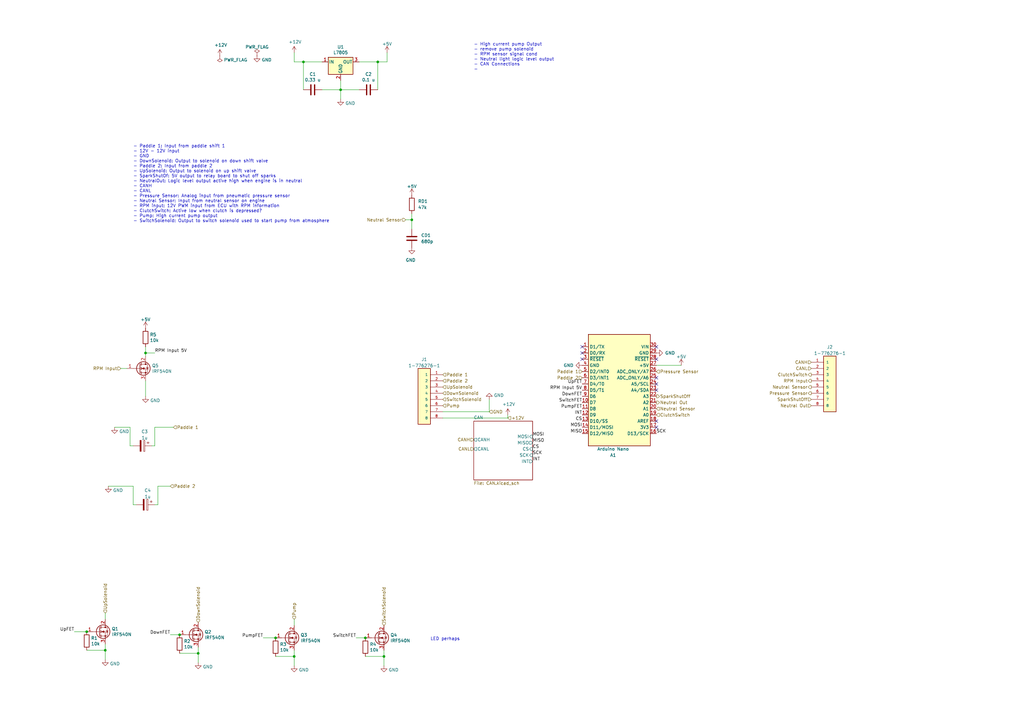
<source format=kicad_sch>
(kicad_sch (version 20230121) (generator eeschema)
  (paper "A3")
  (lib_symbols
    (symbol "Ampseal:1-776276-1" (pin_names (offset 1.016))
      (property "Reference" "J" (at -2.54 10.6934 0))
      (property "Value" "1-776276-1" (at -2.54 -15.0114 0))
      (symbol "1-776276-1_0_0"
        (rectangle (start -2.54 -12.7) (end 2.54 10.16) (stroke (width 0.254)) (fill (type background)))
        (pin passive line (at 7.62 7.62 180) (length 5.08) (name "1") (number "1"))
        (pin passive line (at 7.62 5.08 180) (length 5.08) (name "2") (number "2"))
        (pin passive line (at 7.62 2.54 180) (length 5.08) (name "3") (number "3"))
        (pin passive line (at 7.62 0 180) (length 5.08) (name "4") (number "4"))
        (pin passive line (at 7.62 -2.54 180) (length 5.08) (name "5") (number "5"))
        (pin passive line (at 7.62 -5.08 180) (length 5.08) (name "6") (number "6"))
        (pin passive line (at 7.62 -7.62 180) (length 5.08) (name "7") (number "7"))
        (pin passive line (at 7.62 -10.16 180) (length 5.08) (name "8") (number "8"))
      )
    )
    (symbol "Device:C" (pin_numbers hide) (pin_names (offset 0.254))
      (property "Reference" "C" (at 0.635 2.54 0))
      (property "Value" "C" (at 0.635 -2.54 0))
      (symbol "C_0_1"
        (polyline (pts (xy -2.032 -0.762) (xy 2.032 -0.762)) (stroke (width 0.508)))
        (polyline (pts (xy -2.032 0.762) (xy 2.032 0.762)) (stroke (width 0.508)))
      )
      (symbol "C_1_1"
        (pin passive line (at 0 3.81 270) (length 2.794) (name "~") (number "1"))
        (pin passive line (at 0 -3.81 90) (length 2.794) (name "~") (number "2"))
      )
    )
    (symbol "Device:C_Polarized" (pin_numbers hide) (pin_names (offset 0.254))
      (property "Reference" "C" (at 0.635 2.54 0))
      (property "Value" "C_Polarized" (at 0.635 -2.54 0))
      (symbol "C_Polarized_0_1"
        (rectangle (start -2.286 0.508) (end 2.286 1.016))
        (polyline (pts (xy -1.778 2.286) (xy -0.762 2.286)))
        (polyline (pts (xy -1.27 2.794) (xy -1.27 1.778)))
        (rectangle (start 2.286 -0.508) (end -2.286 -1.016) (fill (type outline)))
      )
      (symbol "C_Polarized_1_1"
        (pin passive line (at 0 3.81 270) (length 2.794) (name "~") (number "1"))
        (pin passive line (at 0 -3.81 90) (length 2.794) (name "~") (number "2"))
      )
    )
    (symbol "Device:R" (pin_numbers hide) (pin_names (offset 0))
      (property "Reference" "R" (at 2.032 0 90))
      (property "Value" "R" (at 0 0 90))
      (symbol "R_0_1"
        (rectangle (start -1.016 -2.54) (end 1.016 2.54) (stroke (width 0.254)))
      )
      (symbol "R_1_1"
        (pin passive line (at 0 3.81 270) (length 1.27) (name "~") (number "1"))
        (pin passive line (at 0 -3.81 90) (length 1.27) (name "~") (number "2"))
      )
    )
    (symbol "MCU_Module:Arduino_Nano_v3.x"
      (property "Reference" "A1" (at 0 -26.67 0))
      (property "Value" "Arduino Nano" (at 0 -24.13 0))
      (symbol "Arduino_Nano_v3.x_0_1"
        (rectangle (start -10.16 22.86) (end 15.24 -22.86) (stroke (width 0.254)) (fill (type background)))
      )
      (symbol "Arduino_Nano_v3.x_1_1"
        (pin bidirectional line (at -12.7 17.78 0) (length 2.54) (name "D1/TX") (number "1"))
        (pin bidirectional line (at -12.7 -5.08 0) (length 2.54) (name "D7") (number "10"))
        (pin bidirectional line (at -12.7 -7.62 0) (length 2.54) (name "D8") (number "11"))
        (pin bidirectional line (at -12.7 -10.16 0) (length 2.54) (name "D9") (number "12"))
        (pin bidirectional line (at -12.7 -12.7 0) (length 2.54) (name "D10/SS") (number "13"))
        (pin bidirectional line (at -12.7 -15.24 0) (length 2.54) (name "D11/MOSI") (number "14"))
        (pin bidirectional line (at -12.7 -17.78 0) (length 2.54) (name "D12/MISO") (number "15"))
        (pin bidirectional line (at 17.78 -17.78 180) (length 2.54) (name "D13/SCK") (number "16"))
        (pin power_out line (at 17.78 -15.24 180) (length 2.54) (name "3V3") (number "17"))
        (pin input line (at 17.78 -12.7 180) (length 2.54) (name "AREF") (number "18"))
        (pin bidirectional line (at 17.78 -10.16 180) (length 2.54) (name "A0") (number "19"))
        (pin bidirectional line (at -12.7 15.24 0) (length 2.54) (name "D0/RX") (number "2"))
        (pin bidirectional line (at 17.78 -7.62 180) (length 2.54) (name "A1") (number "20"))
        (pin bidirectional line (at 17.78 -5.08 180) (length 2.54) (name "A2") (number "21"))
        (pin bidirectional line (at 17.78 -2.54 180) (length 2.54) (name "A3") (number "22"))
        (pin bidirectional line (at 17.78 0 180) (length 2.54) (name "A4/SDA") (number "23"))
        (pin bidirectional line (at 17.78 2.54 180) (length 2.54) (name "A5/SCL") (number "24"))
        (pin bidirectional line (at 17.78 5.08 180) (length 2.54) (name "ADC_ONLY/A6") (number "25"))
        (pin bidirectional line (at 17.78 7.62 180) (length 2.54) (name "ADC_ONLY/A7") (number "26"))
        (pin power_in line (at 17.78 10.16 180) (length 2.54) (name "+5V") (number "27"))
        (pin input line (at 17.78 12.7 180) (length 2.54) (name "~{RESET}") (number "28"))
        (pin power_in line (at 17.78 15.24 180) (length 2.54) (name "GND") (number "29"))
        (pin input line (at -12.7 12.7 0) (length 2.54) (name "~{RESET}") (number "3"))
        (pin power_in line (at 17.78 17.78 180) (length 2.54) (name "VIN") (number "30"))
        (pin power_in line (at -12.7 10.16 0) (length 2.54) (name "GND") (number "4"))
        (pin bidirectional line (at -12.7 7.62 0) (length 2.54) (name "D2/INT0") (number "5"))
        (pin bidirectional line (at -12.7 5.08 0) (length 2.54) (name "D3/INT1") (number "6"))
        (pin bidirectional line (at -12.7 2.54 0) (length 2.54) (name "D4/T0") (number "7"))
        (pin bidirectional line (at -12.7 0 0) (length 2.54) (name "D5/T1") (number "8"))
        (pin bidirectional line (at -12.7 -2.54 0) (length 2.54) (name "D6") (number "9"))
      )
    )
    (symbol "Regulator_Linear:L7805" (pin_names (offset 0.254))
      (property "Reference" "U" (at -3.81 3.175 0))
      (property "Value" "L7805" (at 0 3.175 0))
      (symbol "L7805_0_1"
        (rectangle (start -5.08 1.905) (end 5.08 -5.08) (stroke (width 0.254)) (fill (type background)))
      )
      (symbol "L7805_1_1"
        (pin power_in line (at -7.62 0 0) (length 2.54) (name "IN") (number "1"))
        (pin power_in line (at 0 -7.62 90) (length 2.54) (name "GND") (number "2"))
        (pin power_out line (at 7.62 0 180) (length 2.54) (name "OUT") (number "3"))
      )
    )
    (symbol "Transistor_FET:IRF540N" (pin_names hide)
      (property "Reference" "Q" (at 6.35 1.905 0))
      (property "Value" "IRF540N" (at 6.35 0 0))
      (symbol "IRF540N_0_1"
        (polyline (pts (xy 0.254 0) (xy -2.54 0)))
        (polyline (pts (xy 0.254 1.905) (xy 0.254 -1.905)) (stroke (width 0.254)))
        (polyline (pts (xy 0.762 -1.27) (xy 0.762 -2.286)) (stroke (width 0.254)))
        (polyline (pts (xy 0.762 0.508) (xy 0.762 -0.508)) (stroke (width 0.254)))
        (polyline (pts (xy 0.762 2.286) (xy 0.762 1.27)) (stroke (width 0.254)))
        (polyline (pts (xy 2.54 2.54) (xy 2.54 1.778)))
        (polyline (pts (xy 2.54 -2.54) (xy 2.54 0) (xy 0.762 0)))
        (polyline (pts (xy 0.762 -1.778) (xy 3.302 -1.778) (xy 3.302 1.778) (xy 0.762 1.778)))
        (polyline (pts (xy 1.016 0) (xy 2.032 0.381) (xy 2.032 -0.381) (xy 1.016 0)) (fill (type outline)))
        (polyline (pts (xy 2.794 0.508) (xy 2.921 0.381) (xy 3.683 0.381) (xy 3.81 0.254)))
        (polyline (pts (xy 3.302 0.381) (xy 2.921 -0.254) (xy 3.683 -0.254) (xy 3.302 0.381)))
        (circle (center 1.651 0) (radius 2.794) (stroke (width 0.254)))
        (circle (center 2.54 -1.778) (radius 0.254) (fill (type outline)))
        (circle (center 2.54 1.778) (radius 0.254) (fill (type outline)))
      )
      (symbol "IRF540N_1_1"
        (pin input line (at -5.08 0 0) (length 2.54) (name "G") (number "1"))
        (pin passive line (at 2.54 5.08 270) (length 2.54) (name "D") (number "2"))
        (pin passive line (at 2.54 -5.08 90) (length 2.54) (name "S") (number "3"))
      )
    )
    (symbol "power:+12V" (power) (pin_names (offset 0))
      (property "Value" "+12V" (at 0 3.556 0))
      (symbol "+12V_0_1"
        (polyline (pts (xy -0.762 1.27) (xy 0 2.54)))
        (polyline (pts (xy 0 0) (xy 0 2.54)))
        (polyline (pts (xy 0 2.54) (xy 0.762 1.27)))
      )
      (symbol "+12V_1_1"
        (pin power_in line (at 0 0 90) (length 0) hide (name "+12V") (number "1"))
      )
    )
    (symbol "power:+5V" (power) (pin_names (offset 0))
      (property "Value" "+5V" (at 0 3.556 0))
      (symbol "+5V_0_1"
        (polyline (pts (xy -0.762 1.27) (xy 0 2.54)))
        (polyline (pts (xy 0 0) (xy 0 2.54)))
        (polyline (pts (xy 0 2.54) (xy 0.762 1.27)))
      )
      (symbol "+5V_1_1"
        (pin power_in line (at 0 0 90) (length 0) hide (name "+5V") (number "1"))
      )
    )
    (symbol "power:GND" (power) (pin_names (offset 0))
      (property "Value" "GND" (at 0 -3.81 0))
      (symbol "GND_0_1"
        (polyline (pts (xy 0 0) (xy 0 -1.27) (xy 1.27 -1.27) (xy 0 -2.54) (xy -1.27 -1.27) (xy 0 -1.27)))
      )
      (symbol "GND_1_1"
        (pin power_in line (at 0 0 270) (length 0) hide (name "GND") (number "1"))
      )
    )
    (symbol "power:PWR_FLAG" (power) (pin_numbers hide) (pin_names (offset 0) hide)
      (property "Value" "PWR_FLAG" (at 0 3.81 0))
      (symbol "PWR_FLAG_0_0"
        (pin power_out line (at 0 0 90) (length 0) (name "pwr") (number "1"))
      )
      (symbol "PWR_FLAG_0_1"
        (polyline (pts (xy 0 0) (xy 0 1.27) (xy -1.016 1.905) (xy 0 2.54) (xy 1.016 1.905) (xy 0 1.27)))
      )
    )
  )
  (junction (at 43.18 266.7))
  (junction (at 124.46 25.4))
  (junction (at 35.56 259.08))
  (junction (at 154.94 25.4))
  (junction (at 120.65 269.24))
  (junction (at 113.03 261.62))
  (junction (at 149.86 261.62))
  (junction (at 157.48 269.24))
  (junction (at 139.7 36.83))
  (junction (at 81.28 267.97))
  (junction (at 73.66 260.35))
  (junction (at 168.91 90.17))
  (junction (at 59.69 144.78))
  (no_connect (at 269.24 175.26))
  (no_connect (at 238.76 147.32))
  (no_connect (at 238.76 142.24))
  (no_connect (at 269.24 154.94))
  (no_connect (at 269.24 160.02))
  (no_connect (at 269.24 142.24))
  (no_connect (at 238.76 144.78))
  (no_connect (at 269.24 157.48))
  (no_connect (at 269.24 172.72))
  (no_connect (at 269.24 147.32))
  (wire (pts (xy 120.65 25.4) (xy 120.65 21.59)))
  (wire (pts (xy 154.94 25.4) (xy 158.75 25.4)))
  (wire (pts (xy 200.66 168.91) (xy 200.66 163.83)))
  (wire (pts (xy 43.18 254) (xy 43.18 251.46)))
  (wire (pts (xy 157.48 269.24) (xy 157.48 266.7)))
  (wire (pts (xy 64.77 199.39) (xy 69.85 199.39)))
  (wire (pts (xy 120.65 266.7) (xy 120.65 269.24)))
  (wire (pts (xy 59.69 156.21) (xy 59.69 162.56)))
  (wire (pts (xy 168.91 87.63) (xy 168.91 90.17)))
  (wire (pts (xy 124.46 36.83) (xy 124.46 25.4)))
  (wire (pts (xy 35.56 259.08) (xy 30.48 259.08)))
  (wire (pts (xy 46.99 175.26) (xy 53.34 175.26)))
  (wire (pts (xy 43.18 264.16) (xy 43.18 266.7)))
  (wire (pts (xy 59.69 142.24) (xy 59.69 144.78)))
  (wire (pts (xy 59.69 144.78) (xy 63.5 144.78)))
  (wire (pts (xy 124.46 25.4) (xy 132.08 25.4)))
  (wire (pts (xy 53.34 182.88) (xy 53.34 175.26)))
  (wire (pts (xy 208.28 171.45) (xy 181.61 171.45)))
  (wire (pts (xy 120.65 256.54) (xy 120.65 254)))
  (wire (pts (xy 181.61 168.91) (xy 200.66 168.91)))
  (wire (pts (xy 139.7 33.02) (xy 139.7 36.83)))
  (wire (pts (xy 158.75 25.4) (xy 158.75 21.59)))
  (wire (pts (xy 139.7 36.83) (xy 139.7 40.64)))
  (wire (pts (xy 157.48 273.05) (xy 157.48 269.24)))
  (wire (pts (xy 113.03 269.24) (xy 120.65 269.24)))
  (wire (pts (xy 149.86 269.24) (xy 157.48 269.24)))
  (wire (pts (xy 73.66 267.97) (xy 81.28 267.97)))
  (wire (pts (xy 147.32 36.83) (xy 139.7 36.83)))
  (wire (pts (xy 35.56 266.7) (xy 43.18 266.7)))
  (wire (pts (xy 120.65 273.05) (xy 120.65 269.24)))
  (wire (pts (xy 59.69 144.78) (xy 59.69 146.05)))
  (wire (pts (xy 154.94 25.4) (xy 154.94 36.83)))
  (wire (pts (xy 166.37 90.17) (xy 168.91 90.17)))
  (wire (pts (xy 44.45 199.39) (xy 54.61 199.39)))
  (wire (pts (xy 64.77 199.39) (xy 64.77 207.01)))
  (wire (pts (xy 49.53 151.13) (xy 52.07 151.13)))
  (wire (pts (xy 81.28 271.78) (xy 81.28 267.97)))
  (wire (pts (xy 208.28 171.45) (xy 208.28 170.18)))
  (wire (pts (xy 43.18 266.7) (xy 43.18 270.51)))
  (wire (pts (xy 147.32 25.4) (xy 154.94 25.4)))
  (wire (pts (xy 64.77 207.01) (xy 63.5 207.01)))
  (wire (pts (xy 124.46 25.4) (xy 120.65 25.4)))
  (wire (pts (xy 63.5 182.88) (xy 62.23 182.88)))
  (wire (pts (xy 168.91 90.17) (xy 168.91 93.98)))
  (wire (pts (xy 73.66 260.35) (xy 69.85 260.35)))
  (wire (pts (xy 63.5 175.26) (xy 63.5 182.88)))
  (wire (pts (xy 81.28 267.97) (xy 81.28 265.43)))
  (wire (pts (xy 54.61 207.01) (xy 54.61 199.39)))
  (wire (pts (xy 269.24 149.86) (xy 279.4 149.86)))
  (wire (pts (xy 113.03 261.62) (xy 107.95 261.62)))
  (wire (pts (xy 55.88 207.01) (xy 54.61 207.01)))
  (wire (pts (xy 139.7 36.83) (xy 132.08 36.83)))
  (wire (pts (xy 54.61 182.88) (xy 53.34 182.88)))
  (wire (pts (xy 149.86 261.62) (xy 146.05 261.62)))
  (wire (pts (xy 63.5 175.26) (xy 71.12 175.26)))
  (text "LED perhaps\n" (at 176.53 262.89 0) (effects (font (size 1.27 1.27)) (justify left bottom)))
  (text "- High current pump Output\n- remove pump solenoid\n- RPM sensor signal cond\n- Neutral light logic level output\n- CAN Connections\n-\n" (at 194.31 29.21 0) (effects (font (size 1.27 1.27)) (justify left bottom)))
  (text "- Paddle 1: Input from paddle shift 1\n- 12V - 12V input\n- GND\n- DownSolenoid: Output to solenoid on down shift valve\n- Paddle 2: Input from paddle 2\n- UpSolenoid: Output to solenoid on up shift valve\n- SparkShutOf: 5V output to relay board to shut off sparks\n- NeutralOut: Logic level output active high when engine is in neutral\n- CANH\n- CANL\n- Pressure Sensor: Analog input from pneumatic pressure sensor\n- Neutral Sensor: Input from neutral sensor on engine\n- RPM input: 12V PWM input from ECU with RPM information\n- ClutchSwitch: Active low when clutch is depressed?\n- Pump: High current pump output\n- SwitchSolenoid: Output to switch solenoid used to start pump from atmosphere" (at 54.61 91.44 0) (effects (font (size 1.27 1.27)) (justify left bottom)))
  (label "MOSI" (at 218.44 179.07 0))
  (label "SCK" (at 218.44 186.69 0))
  (label "SCK" (at 269.24 177.8 0))
  (label "DownFET" (at 69.85 260.35 180))
  (label "SwitchFET" (at 238.76 165.1 180))
  (label "INT" (at 218.44 189.23 0))
  (label "INT" (at 238.76 170.18 180))
  (label "PumpFET" (at 107.95 261.62 180))
  (label "MISO" (at 238.76 177.8 180))
  (label "CS" (at 218.44 184.15 0))
  (label "DownFET" (at 238.76 162.56 180))
  (label "RPM Input 5V" (at 63.5 144.78 0))
  (label "MOSI" (at 238.76 175.26 180))
  (label "UpFET" (at 238.76 157.48 180))
  (label "RPM Input 5V" (at 238.76 160.02 180))
  (label "SwitchFET" (at 146.05 261.62 180))
  (label "PumpFET" (at 238.76 167.64 180))
  (label "CS" (at 238.76 172.72 180))
  (label "MISO" (at 218.44 181.61 0))
  (label "UpFET" (at 30.48 259.08 180))
  (hierarchical_label "UpSolenoid" (shape input) (at 43.18 251.46 90))
  (hierarchical_label "CANH" (shape input) (at 194.31 180.34 180))
  (hierarchical_label "Neutral Out" (shape output) (at 269.24 165.1 0))
  (hierarchical_label "Pump" (shape input) (at 120.65 254 90))
  (hierarchical_label "GND" (shape input) (at 200.66 168.91 0))
  (hierarchical_label "Paddle 2" (shape input) (at 238.76 154.94 180))
  (hierarchical_label "Neutral Sensor" (shape input) (at 166.37 90.17 180))
  (hierarchical_label "Paddle 2" (shape input) (at 69.85 199.39 0))
  (hierarchical_label "DownSolenoid" (shape input) (at 181.61 161.29 0))
  (hierarchical_label "ClutchSwitch" (shape input) (at 269.24 170.18 0))
  (hierarchical_label "Neutral Sensor" (shape input) (at 269.24 167.64 0))
  (hierarchical_label "SparkShutOff" (shape input) (at 332.74 163.83 180))
  (hierarchical_label "Paddle 1" (shape input) (at 238.76 152.4 180))
  (hierarchical_label "ClutchSwitch" (shape output) (at 332.74 153.67 180))
  (hierarchical_label "Neutral Out" (shape input) (at 332.74 166.37 180))
  (hierarchical_label "+12V" (shape input) (at 208.28 171.45 0))
  (hierarchical_label "CANH" (shape input) (at 332.74 148.59 180))
  (hierarchical_label "DownSolenoid" (shape input) (at 81.28 255.27 90))
  (hierarchical_label "Pressure Sensor" (shape output) (at 332.74 161.29 180))
  (hierarchical_label "Neutral Sensor" (shape output) (at 332.74 158.75 180))
  (hierarchical_label "CANL" (shape input) (at 194.31 184.15 180))
  (hierarchical_label "Paddle 2" (shape input) (at 181.61 156.21 0))
  (hierarchical_label "Paddle 1" (shape input) (at 71.12 175.26 0))
  (hierarchical_label "CANL" (shape input) (at 332.74 151.13 180))
  (hierarchical_label "Pump" (shape input) (at 181.61 166.37 0))
  (hierarchical_label "UpSolenoid" (shape input) (at 181.61 158.75 0))
  (hierarchical_label "Pressure Sensor" (shape input) (at 269.24 152.4 0))
  (hierarchical_label "RPM Input" (shape input) (at 49.53 151.13 180))
  (hierarchical_label "Paddle 1" (shape input) (at 181.61 153.67 0))
  (hierarchical_label "SwitchSolenoid" (shape input) (at 157.48 256.54 90))
  (hierarchical_label "SwitchSolenoid" (shape input) (at 181.61 163.83 0))
  (hierarchical_label "RPM Input" (shape output) (at 332.74 156.21 180))
  (hierarchical_label "SparkShutOff" (shape output) (at 269.24 162.56 0))
  (symbol (lib_id "MCU_Module:Arduino_Nano_v3.x") (at 251.46 160.02 0) (unit 1)
    (property "Reference" "A1" (at 251.46 186.69 0))
    (property "Value" "Arduino Nano" (at 251.46 184.15 0))
    (property "Footprint" "Module:Arduino_Nano" (effects hide))
    (property "Datasheet" "http://www.mouser.com/pdfdocs/Gravitech_Arduino_Nano3_0.pdf" (effects hide))
  )
  (symbol (lib_id "Regulator_Linear:L7805") (at 139.7 25.4 0) (unit 1)
    (property "Reference" "U1" (at 139.7 19.2532 0))
    (property "Value" "L7805" (at 139.7 21.5646 0))
    (property "Footprint" "Package_TO_SOT_THT:TO-220-3_Horizontal_TabDown" (effects hide))
    (property "Datasheet" "http://www.st.com/content/ccc/resource/technical/document/datasheet/41/4f/b3/b0/12/d4/47/88/CD00000444.pdf/files/CD00000444.pdf/jcr:content/translations/en.CD00000444.pdf" (effects hide))
  )
  (symbol (lib_id "Device:C") (at 128.27 36.83 90) (unit 1)
    (property "Reference" "C1" (at 128.27 30.4292 90))
    (property "Value" "0.33 u" (at 128.27 32.7406 90))
    (property "Footprint" "Capacitor_THT:C_Radial_D4.0mm_H5.0mm_P1.50mm" (effects hide))
  )
  (symbol (lib_id "Device:C") (at 151.13 36.83 270) (unit 1)
    (property "Reference" "C2" (at 151.13 30.4292 90))
    (property "Value" "0.1 u" (at 151.13 32.7406 90))
    (property "Footprint" "Capacitor_THT:CP_Radial_Tantal_D4.5mm_P5.00mm" (effects hide))
  )
  (symbol (lib_id "Transistor_FET:IRF540N") (at 40.64 259.08 0) (unit 1)
    (property "Reference" "Q1" (at 45.8216 257.9116 0) (effects (justify left)))
    (property "Value" "IRF540N" (at 45.8216 260.223 0) (effects (justify left)))
    (property "Footprint" "Package_TO_SOT_THT:TO-220-3_Horizontal_TabDown" (effects hide))
    (property "Datasheet" "http://www.irf.com/product-info/datasheets/data/irf540n.pdf" (effects hide))
  )
  (symbol (lib_id "Transistor_FET:IRF540N") (at 78.74 260.35 0) (unit 1)
    (property "Reference" "Q2" (at 83.9216 259.1816 0) (effects (justify left)))
    (property "Value" "IRF540N" (at 83.9216 261.493 0) (effects (justify left)))
    (property "Footprint" "Package_TO_SOT_THT:TO-220-3_Horizontal_TabDown" (effects hide))
    (property "Datasheet" "http://www.irf.com/product-info/datasheets/data/irf540n.pdf" (effects hide))
  )
  (symbol (lib_id "Device:R") (at 35.56 262.89 0) (unit 1)
    (property "Reference" "R1" (at 37.338 261.7216 0) (effects (justify left)))
    (property "Value" "10k" (at 37.338 264.033 0) (effects (justify left)))
    (property "Footprint" "Resistor_THT:R_Axial_DIN0207_L6.3mm_D2.5mm_P7.62mm_Horizontal" (effects hide))
  )
  (symbol (lib_id "Device:R") (at 73.66 264.16 0) (unit 1)
    (property "Reference" "R2" (at 75.438 262.9916 0) (effects (justify left)))
    (property "Value" "10k" (at 75.438 265.303 0) (effects (justify left)))
    (property "Footprint" "Resistor_THT:R_Axial_DIN0207_L6.3mm_D2.5mm_P7.62mm_Horizontal" (effects hide))
  )
  (symbol (lib_id "power:+12V") (at 120.65 21.59 0) (unit 1)
    (property "Reference" "#PWR?" (effects hide))
    (property "Value" "+12V" (at 121.031 17.1958 0))
  )
  (symbol (lib_id "power:+12V") (at 208.28 170.18 0) (unit 1)
    (property "Reference" "#PWR?" (effects hide))
    (property "Value" "+12V" (at 208.661 165.7858 0))
  )
  (symbol (lib_id "Transistor_FET:IRF540N") (at 118.11 261.62 0) (unit 1)
    (property "Reference" "Q3" (at 123.2916 260.4516 0) (effects (justify left)))
    (property "Value" "IRF540N" (at 123.2916 262.763 0) (effects (justify left)))
    (property "Footprint" "Package_TO_SOT_THT:TO-220-3_Horizontal_TabDown" (effects hide))
    (property "Datasheet" "http://www.irf.com/product-info/datasheets/data/irf540n.pdf" (effects hide))
  )
  (symbol (lib_id "Transistor_FET:IRF540N") (at 154.94 261.62 0) (unit 1)
    (property "Reference" "Q4" (at 160.1216 260.4516 0) (effects (justify left)))
    (property "Value" "IRF540N" (at 160.1216 262.763 0) (effects (justify left)))
    (property "Footprint" "Package_TO_SOT_THT:TO-220-3_Horizontal_TabDown" (effects hide))
    (property "Datasheet" "http://www.irf.com/product-info/datasheets/data/irf540n.pdf" (effects hide))
  )
  (symbol (lib_id "Device:R") (at 113.03 265.43 0) (unit 1)
    (property "Reference" "R3" (at 114.808 264.2616 0) (effects (justify left)))
    (property "Value" "10k" (at 114.808 266.573 0) (effects (justify left)))
    (property "Footprint" "Resistor_THT:R_Axial_DIN0207_L6.3mm_D2.5mm_P7.62mm_Horizontal" (effects hide))
  )
  (symbol (lib_id "Device:R") (at 149.86 265.43 0) (unit 1)
    (property "Reference" "R4" (at 151.638 264.2616 0) (effects (justify left)))
    (property "Value" "10k" (at 151.638 266.573 0) (effects (justify left)))
    (property "Footprint" "Resistor_THT:R_Axial_DIN0207_L6.3mm_D2.5mm_P7.62mm_Horizontal" (effects hide))
  )
  (symbol (lib_id "power:+5V") (at 279.4 149.86 0) (unit 1)
    (property "Reference" "#PWR?" (effects hide))
    (property "Value" "+5V" (at 279.4 146.2842 0))
  )
  (symbol (lib_id "power:GND") (at 200.66 163.83 0) (mirror x) (unit 1)
    (property "Reference" "#PWR?" (effects hide))
    (property "Value" "GND" (at 202.565 162.1262 0) (effects (justify left)))
  )
  (symbol (lib_id "power:+5V") (at 158.75 21.59 0) (unit 1)
    (property "Reference" "#PWR?" (effects hide))
    (property "Value" "+5V" (at 158.75 18.0142 0))
  )
  (symbol (lib_id "power:GND") (at 168.91 101.6 0) (unit 1)
    (property "Reference" "#PWR?" (effects hide))
    (property "Value" "GND" (at 166.37 106.68 0) (effects (justify left)))
  )
  (symbol (lib_id "power:+5V") (at 59.69 134.62 0) (unit 1)
    (property "Reference" "#PWR?" (effects hide))
    (property "Value" "+5V" (at 59.69 131.0442 0))
  )
  (symbol (lib_id "power:GND") (at 44.45 199.39 0) (unit 1)
    (property "Reference" "#PWR?" (effects hide))
    (property "Value" "GND" (at 46.355 201.0938 0) (effects (justify left)))
  )
  (symbol (lib_id "Device:C") (at 168.91 97.79 0) (unit 1)
    (property "Reference" "CD1" (at 172.72 96.5199 0) (effects (justify left)))
    (property "Value" "680p" (at 172.72 99.0599 0) (effects (justify left)))
    (property "Footprint" "Capacitor_THT:C_Disc_D5.1mm_W3.2mm_P5.00mm" (effects hide))
  )
  (symbol (lib_id "power:PWR_FLAG") (at 90.17 22.86 180) (unit 1)
    (property "Reference" "#FLG0102" (effects hide))
    (property "Value" "PWR_FLAG" (at 91.821 24.5638 0) (effects (justify right)))
  )
  (symbol (lib_id "power:GND") (at 120.65 273.05 0) (unit 1)
    (property "Reference" "#PWR?" (effects hide))
    (property "Value" "GND" (at 122.555 274.7538 0) (effects (justify left)))
  )
  (symbol (lib_id "Ampseal:1-776276-1") (at 340.36 156.21 0) (mirror y) (unit 1)
    (property "Reference" "J2" (at 340.36 142.3502 0))
    (property "Value" "1-776276-1" (at 340.36 144.8871 0))
    (property "Footprint" "TE_1-776276-1" (effects hide))
    (property "Comment" "1-776276-1" (effects hide))
    (property "EU_RoHS_Compliance" "Compliant" (effects hide))
  )
  (symbol (lib_id "Device:C_Polarized") (at 59.69 207.01 270) (unit 1)
    (property "Reference" "C4" (at 60.579 201.1512 90))
    (property "Value" "1u" (at 60.579 203.6881 90))
    (property "Footprint" "Capacitor_THT:C_Radial_D4.0mm_H5.0mm_P1.50mm" (effects hide))
  )
  (symbol (lib_id "Device:C_Polarized") (at 58.42 182.88 270) (unit 1)
    (property "Reference" "C3" (at 59.309 177.0212 90))
    (property "Value" "1u" (at 59.309 179.5581 90))
    (property "Footprint" "Capacitor_THT:C_Radial_D4.0mm_H5.0mm_P1.50mm" (effects hide))
  )
  (symbol (lib_id "power:GND") (at 46.99 175.26 0) (unit 1)
    (property "Reference" "#PWR?" (effects hide))
    (property "Value" "GND" (at 48.895 176.9638 0) (effects (justify left)))
  )
  (symbol (lib_id "power:GND") (at 81.28 271.78 0) (unit 1)
    (property "Reference" "#PWR?" (effects hide))
    (property "Value" "GND" (at 83.185 273.4838 0) (effects (justify left)))
  )
  (symbol (lib_id "power:GND") (at 157.48 273.05 0) (unit 1)
    (property "Reference" "#PWR?" (effects hide))
    (property "Value" "GND" (at 159.385 274.7538 0) (effects (justify left)))
  )
  (symbol (lib_id "power:GND") (at 139.7 40.64 0) (unit 1)
    (property "Reference" "#PWR?" (effects hide))
    (property "Value" "GND" (at 141.605 42.3438 0) (effects (justify left)))
  )
  (symbol (lib_id "power:GND") (at 43.18 270.51 0) (unit 1)
    (property "Reference" "#PWR?" (effects hide))
    (property "Value" "GND" (at 45.085 272.2138 0) (effects (justify left)))
  )
  (symbol (lib_id "power:GND") (at 238.76 149.86 270) (unit 1)
    (property "Reference" "#PWR?" (effects hide))
    (property "Value" "GND" (at 231.14 149.86 90) (effects (justify left)))
  )
  (symbol (lib_id "power:PWR_FLAG") (at 105.41 22.86 0) (unit 1)
    (property "Reference" "#FLG0101" (effects hide))
    (property "Value" "PWR_FLAG" (at 105.41 19.2842 0))
  )
  (symbol (lib_id "power:+5V") (at 168.91 80.01 0) (unit 1)
    (property "Reference" "#PWR?" (effects hide))
    (property "Value" "+5V" (at 168.91 76.4342 0))
  )
  (symbol (lib_id "power:GND") (at 105.41 22.86 0) (unit 1)
    (property "Reference" "#PWR?" (effects hide))
    (property "Value" "GND" (at 107.315 24.5638 0) (effects (justify left)))
  )
  (symbol (lib_id "power:GND") (at 269.24 144.78 90) (unit 1)
    (property "Reference" "#PWR?" (effects hide))
    (property "Value" "GND" (at 276.86 144.78 90) (effects (justify left)))
  )
  (symbol (lib_id "power:+12V") (at 90.17 22.86 0) (unit 1)
    (property "Reference" "#PWR?" (effects hide))
    (property "Value" "+12V" (at 90.551 18.4658 0))
  )
  (symbol (lib_id "Device:R") (at 59.69 138.43 0) (unit 1)
    (property "Reference" "R5" (at 61.468 137.2616 0) (effects (justify left)))
    (property "Value" "10k" (at 61.468 139.573 0) (effects (justify left)))
    (property "Footprint" "Resistor_THT:R_Axial_DIN0207_L6.3mm_D2.5mm_P7.62mm_Horizontal" (effects hide))
  )
  (symbol (lib_id "power:GND") (at 59.69 162.56 0) (unit 1)
    (property "Reference" "#PWR?" (effects hide))
    (property "Value" "GND" (at 61.595 164.2638 0) (effects (justify left)))
  )
  (symbol (lib_id "Device:R") (at 168.91 83.82 0) (unit 1)
    (property "Reference" "RD1" (at 171.45 82.5499 0) (effects (justify left)))
    (property "Value" "47k" (at 171.45 85.0899 0) (effects (justify left)))
    (property "Footprint" "Resistor_THT:R_Axial_DIN0207_L6.3mm_D2.5mm_P7.62mm_Horizontal" (effects hide))
  )
  (symbol (lib_id "Transistor_FET:IRF540N") (at 57.15 151.13 0) (unit 1)
    (property "Reference" "Q5" (at 62.3316 149.9616 0) (effects (justify left)))
    (property "Value" "IRF540N" (at 62.3316 152.273 0) (effects (justify left)))
    (property "Footprint" "Package_TO_SOT_THT:TO-220-3_Horizontal_TabDown" (effects hide))
    (property "Datasheet" "http://www.irf.com/product-info/datasheets/data/irf540n.pdf" (effects hide))
  )
  (symbol (lib_id "Ampseal:1-776276-1") (at 173.99 161.29 0) (unit 1)
    (property "Reference" "J1" (at 173.99 147.4302 0))
    (property "Value" "1-776276-1" (at 173.99 149.9671 0))
    (property "Footprint" "Ampseal:TE_1-776276-1" (effects hide))
    (property "Comment" "1-776276-1" (effects hide))
    (property "EU_RoHS_Compliance" "Compliant" (effects hide))
  )
  (sheet (at 194.31 172.72) (size 24.13 24.13) (stroke (width 0.1524))
    (property "Sheetname" "CAN" (at 194.31 172.0084 0) (effects (justify left bottom)))
    (property "Sheetfile" "CAN.kicad_sch" (at 194.31 197.4346 0) (effects (justify left top)))
    (pin "CANH" output (at 194.31 180.34 180))
    (pin "CANL" output (at 194.31 184.15 180))
    (pin "INT" output (at 218.44 189.23 0))
    (pin "MISO" output (at 218.44 181.61 0))
    (pin "CS" input (at 218.44 184.15 0))
    (pin "MOSI" input (at 218.44 179.07 0))
    (pin "SCK" input (at 218.44 186.69 0))
  )
)
</source>
